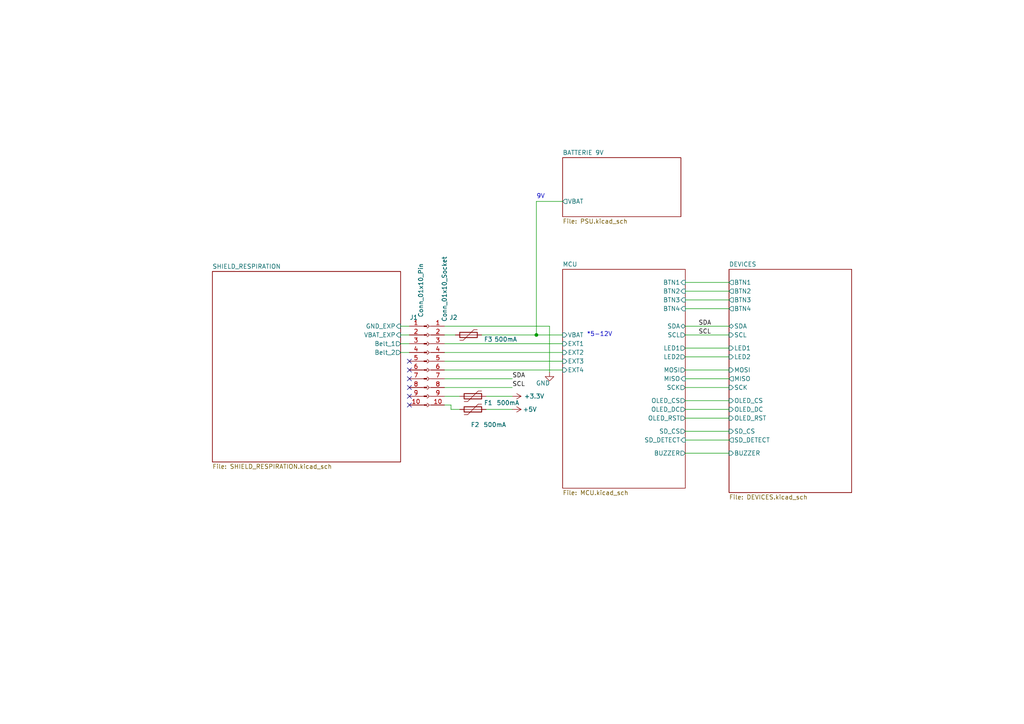
<source format=kicad_sch>
(kicad_sch (version 20230121) (generator eeschema)
  (paper "A4")
  (title_block (title "Plateforme Portable AT") (company "IngRéadapt UL") (comment 1 "Autheur : Marc-Antoine Guay"))
  (lib_symbols
    (symbol "Connector:Conn_01x10_Pin" (pin_names (offset 1.016) hide)
      (property "Reference" "J" (at 0 12.7 0))
      (property "Value" "Conn_01x10_Pin" (at 0 -15.24 0))
      (symbol "Conn_01x10_Pin_1_1"
        (polyline (pts (xy 1.27 -12.7) (xy 0.8636 -12.7)) (stroke (width 0.1524)))
        (polyline (pts (xy 1.27 -10.16) (xy 0.8636 -10.16)) (stroke (width 0.1524)))
        (polyline (pts (xy 1.27 -7.62) (xy 0.8636 -7.62)) (stroke (width 0.1524)))
        (polyline (pts (xy 1.27 -5.08) (xy 0.8636 -5.08)) (stroke (width 0.1524)))
        (polyline (pts (xy 1.27 -2.54) (xy 0.8636 -2.54)) (stroke (width 0.1524)))
        (polyline (pts (xy 1.27 0) (xy 0.8636 0)) (stroke (width 0.1524)))
        (polyline (pts (xy 1.27 2.54) (xy 0.8636 2.54)) (stroke (width 0.1524)))
        (polyline (pts (xy 1.27 5.08) (xy 0.8636 5.08)) (stroke (width 0.1524)))
        (polyline (pts (xy 1.27 7.62) (xy 0.8636 7.62)) (stroke (width 0.1524)))
        (polyline (pts (xy 1.27 10.16) (xy 0.8636 10.16)) (stroke (width 0.1524)))
        (rectangle (start 0.8636 -12.573) (end 0 -12.827) (stroke (width 0.1524)) (fill (type outline)))
        (rectangle (start 0.8636 -10.033) (end 0 -10.287) (stroke (width 0.1524)) (fill (type outline)))
        (rectangle (start 0.8636 -7.493) (end 0 -7.747) (stroke (width 0.1524)) (fill (type outline)))
        (rectangle (start 0.8636 -4.953) (end 0 -5.207) (stroke (width 0.1524)) (fill (type outline)))
        (rectangle (start 0.8636 -2.413) (end 0 -2.667) (stroke (width 0.1524)) (fill (type outline)))
        (rectangle (start 0.8636 0.127) (end 0 -0.127) (stroke (width 0.1524)) (fill (type outline)))
        (rectangle (start 0.8636 2.667) (end 0 2.413) (stroke (width 0.1524)) (fill (type outline)))
        (rectangle (start 0.8636 5.207) (end 0 4.953) (stroke (width 0.1524)) (fill (type outline)))
        (rectangle (start 0.8636 7.747) (end 0 7.493) (stroke (width 0.1524)) (fill (type outline)))
        (rectangle (start 0.8636 10.287) (end 0 10.033) (stroke (width 0.1524)) (fill (type outline)))
        (pin passive line (at 5.08 10.16 180) (length 3.81) (name "Pin_1") (number "1"))
        (pin passive line (at 5.08 -12.7 180) (length 3.81) (name "Pin_10") (number "10"))
        (pin passive line (at 5.08 7.62 180) (length 3.81) (name "Pin_2") (number "2"))
        (pin passive line (at 5.08 5.08 180) (length 3.81) (name "Pin_3") (number "3"))
        (pin passive line (at 5.08 2.54 180) (length 3.81) (name "Pin_4") (number "4"))
        (pin passive line (at 5.08 0 180) (length 3.81) (name "Pin_5") (number "5"))
        (pin passive line (at 5.08 -2.54 180) (length 3.81) (name "Pin_6") (number "6"))
        (pin passive line (at 5.08 -5.08 180) (length 3.81) (name "Pin_7") (number "7"))
        (pin passive line (at 5.08 -7.62 180) (length 3.81) (name "Pin_8") (number "8"))
        (pin passive line (at 5.08 -10.16 180) (length 3.81) (name "Pin_9") (number "9"))
      )
    )
    (symbol "Connector:Conn_01x10_Socket" (pin_names (offset 1.016) hide)
      (property "Reference" "J" (at 0 12.7 0))
      (property "Value" "Conn_01x10_Socket" (at 0 -15.24 0))
      (symbol "Conn_01x10_Socket_1_1"
        (arc (start 0 -12.192) (mid -0.5058 -12.7) (end 0 -13.208) (stroke (width 0.1524)))
        (arc (start 0 -9.652) (mid -0.5058 -10.16) (end 0 -10.668) (stroke (width 0.1524)))
        (arc (start 0 -7.112) (mid -0.5058 -7.62) (end 0 -8.128) (stroke (width 0.1524)))
        (arc (start 0 -4.572) (mid -0.5058 -5.08) (end 0 -5.588) (stroke (width 0.1524)))
        (arc (start 0 -2.032) (mid -0.5058 -2.54) (end 0 -3.048) (stroke (width 0.1524)))
        (polyline (pts (xy -1.27 -12.7) (xy -0.508 -12.7)) (stroke (width 0.1524)))
        (polyline (pts (xy -1.27 -10.16) (xy -0.508 -10.16)) (stroke (width 0.1524)))
        (polyline (pts (xy -1.27 -7.62) (xy -0.508 -7.62)) (stroke (width 0.1524)))
        (polyline (pts (xy -1.27 -5.08) (xy -0.508 -5.08)) (stroke (width 0.1524)))
        (polyline (pts (xy -1.27 -2.54) (xy -0.508 -2.54)) (stroke (width 0.1524)))
        (polyline (pts (xy -1.27 0) (xy -0.508 0)) (stroke (width 0.1524)))
        (polyline (pts (xy -1.27 2.54) (xy -0.508 2.54)) (stroke (width 0.1524)))
        (polyline (pts (xy -1.27 5.08) (xy -0.508 5.08)) (stroke (width 0.1524)))
        (polyline (pts (xy -1.27 7.62) (xy -0.508 7.62)) (stroke (width 0.1524)))
        (polyline (pts (xy -1.27 10.16) (xy -0.508 10.16)) (stroke (width 0.1524)))
        (arc (start 0 0.508) (mid -0.5058 0) (end 0 -0.508) (stroke (width 0.1524)))
        (arc (start 0 3.048) (mid -0.5058 2.54) (end 0 2.032) (stroke (width 0.1524)))
        (arc (start 0 5.588) (mid -0.5058 5.08) (end 0 4.572) (stroke (width 0.1524)))
        (arc (start 0 8.128) (mid -0.5058 7.62) (end 0 7.112) (stroke (width 0.1524)))
        (arc (start 0 10.668) (mid -0.5058 10.16) (end 0 9.652) (stroke (width 0.1524)))
        (pin passive line (at -5.08 10.16 0) (length 3.81) (name "Pin_1") (number "1"))
        (pin passive line (at -5.08 -12.7 0) (length 3.81) (name "Pin_10") (number "10"))
        (pin passive line (at -5.08 7.62 0) (length 3.81) (name "Pin_2") (number "2"))
        (pin passive line (at -5.08 5.08 0) (length 3.81) (name "Pin_3") (number "3"))
        (pin passive line (at -5.08 2.54 0) (length 3.81) (name "Pin_4") (number "4"))
        (pin passive line (at -5.08 0 0) (length 3.81) (name "Pin_5") (number "5"))
        (pin passive line (at -5.08 -2.54 0) (length 3.81) (name "Pin_6") (number "6"))
        (pin passive line (at -5.08 -5.08 0) (length 3.81) (name "Pin_7") (number "7"))
        (pin passive line (at -5.08 -7.62 0) (length 3.81) (name "Pin_8") (number "8"))
        (pin passive line (at -5.08 -10.16 0) (length 3.81) (name "Pin_9") (number "9"))
      )
    )
    (symbol "Device:Polyfuse" (pin_numbers hide) (pin_names (offset 0))
      (property "Reference" "F" (at -2.54 0 90))
      (property "Value" "Polyfuse" (at 2.54 0 90))
      (symbol "Polyfuse_0_1"
        (rectangle (start -0.762 2.54) (end 0.762 -2.54) (stroke (width 0.254)))
        (polyline (pts (xy 0 2.54) (xy 0 -2.54)))
        (polyline (pts (xy -1.524 2.54) (xy -1.524 1.524) (xy 1.524 -1.524) (xy 1.524 -2.54)))
      )
      (symbol "Polyfuse_1_1"
        (pin passive line (at 0 3.81 270) (length 1.27) (name "~") (number "1"))
        (pin passive line (at 0 -3.81 90) (length 1.27) (name "~") (number "2"))
      )
    )
    (symbol "power:+3.3V" (power) (pin_names (offset 0))
      (property "Value" "+3.3V" (at 0 3.556 0))
      (symbol "+3.3V_0_1"
        (polyline (pts (xy -0.762 1.27) (xy 0 2.54)))
        (polyline (pts (xy 0 0) (xy 0 2.54)))
        (polyline (pts (xy 0 2.54) (xy 0.762 1.27)))
      )
      (symbol "+3.3V_1_1"
        (pin power_in line (at 0 0 90) (length 0) hide (name "+3.3V") (number "1"))
      )
    )
    (symbol "power:+5V" (power) (pin_names (offset 0))
      (property "Value" "+5V" (at 0 3.556 0))
      (symbol "+5V_0_1"
        (polyline (pts (xy -0.762 1.27) (xy 0 2.54)))
        (polyline (pts (xy 0 0) (xy 0 2.54)))
        (polyline (pts (xy 0 2.54) (xy 0.762 1.27)))
      )
      (symbol "+5V_1_1"
        (pin power_in line (at 0 0 90) (length 0) hide (name "+5V") (number "1"))
      )
    )
    (symbol "power:GND" (power) (pin_names (offset 0))
      (property "Value" "GND" (at 0 -3.81 0))
      (symbol "GND_0_1"
        (polyline (pts (xy 0 0) (xy 0 -1.27) (xy 1.27 -1.27) (xy 0 -2.54) (xy -1.27 -1.27) (xy 0 -1.27)))
      )
      (symbol "GND_1_1"
        (pin power_in line (at 0 0 270) (length 0) hide (name "GND") (number "1"))
      )
    )
  )
  (junction (at 155.575 97.155))
  (no_connect (at 118.745 117.475))
  (no_connect (at 118.745 107.315))
  (no_connect (at 118.745 104.775))
  (no_connect (at 118.745 109.855))
  (no_connect (at 118.745 112.395))
  (no_connect (at 118.745 114.935))
  (wire (pts (xy 198.755 125.095) (xy 211.455 125.095)))
  (wire (pts (xy 198.755 94.615) (xy 211.455 94.615)))
  (wire (pts (xy 159.385 94.615) (xy 159.385 107.95)))
  (wire (pts (xy 116.205 99.695) (xy 118.745 99.695)))
  (wire (pts (xy 128.905 94.615) (xy 159.385 94.615)))
  (wire (pts (xy 139.7 97.155) (xy 155.575 97.155)))
  (wire (pts (xy 116.205 102.235) (xy 118.745 102.235)))
  (wire (pts (xy 198.755 121.285) (xy 211.455 121.285)))
  (wire (pts (xy 128.905 104.775) (xy 163.195 104.775)))
  (wire (pts (xy 130.81 118.745) (xy 130.81 117.475)))
  (wire (pts (xy 128.905 112.395) (xy 148.59 112.395)))
  (wire (pts (xy 130.81 117.475) (xy 128.905 117.475)))
  (wire (pts (xy 140.97 118.745) (xy 148.59 118.745)))
  (wire (pts (xy 198.755 109.855) (xy 211.455 109.855)))
  (wire (pts (xy 198.755 97.155) (xy 211.455 97.155)))
  (wire (pts (xy 155.575 58.42) (xy 155.575 97.155)))
  (wire (pts (xy 128.905 114.935) (xy 133.35 114.935)))
  (wire (pts (xy 140.97 114.935) (xy 148.59 114.935)))
  (wire (pts (xy 198.755 131.445) (xy 211.455 131.445)))
  (wire (pts (xy 198.755 84.455) (xy 211.455 84.455)))
  (wire (pts (xy 128.905 102.235) (xy 163.195 102.235)))
  (wire (pts (xy 133.35 118.745) (xy 130.81 118.745)))
  (wire (pts (xy 116.205 94.615) (xy 118.745 94.615)))
  (wire (pts (xy 128.905 107.315) (xy 163.195 107.315)))
  (wire (pts (xy 198.755 116.205) (xy 211.455 116.205)))
  (wire (pts (xy 198.755 118.745) (xy 211.455 118.745)))
  (wire (pts (xy 198.755 86.995) (xy 211.455 86.995)))
  (wire (pts (xy 198.755 127.635) (xy 211.455 127.635)))
  (wire (pts (xy 198.755 112.395) (xy 211.455 112.395)))
  (wire (pts (xy 198.755 89.535) (xy 211.455 89.535)))
  (wire (pts (xy 155.575 58.42) (xy 163.195 58.42)))
  (wire (pts (xy 128.905 97.155) (xy 132.08 97.155)))
  (wire (pts (xy 198.755 81.915) (xy 211.455 81.915)))
  (wire (pts (xy 155.575 97.155) (xy 163.195 97.155)))
  (wire (pts (xy 116.205 97.155) (xy 118.745 97.155)))
  (wire (pts (xy 128.905 109.855) (xy 148.59 109.855)))
  (wire (pts (xy 128.905 99.695) (xy 163.195 99.695)))
  (wire (pts (xy 198.755 103.505) (xy 211.455 103.505)))
  (wire (pts (xy 198.755 100.965) (xy 211.455 100.965)))
  (wire (pts (xy 198.755 107.315) (xy 211.455 107.315)))
  (text "*5-12V" (at 170.18 97.79 0) (effects (font (size 1.27 1.27)) (justify left bottom)))
  (text "9V\n" (at 155.575 57.785 0) (effects (font (size 1.27 1.27)) (justify left bottom)))
  (label "SDA" (at 202.565 94.615 0))
  (label "SDA" (at 148.59 109.855 0))
  (label "SCL" (at 202.565 97.155 0))
  (label "SCL" (at 148.59 112.395 0))
  (symbol (lib_id "Device:Polyfuse") (at 137.16 118.745 90) (unit 1)
    (property "Reference" "F2" (at 137.795 123.19 90))
    (property "Value" "500mA" (at 143.51 123.19 90))
    (property "Footprint" "Fuse:Fuse_0603_1608Metric" (effects hide))
    (property "LCSC" "C2844464" (effects hide))
  )
  (symbol (lib_id "Device:Polyfuse") (at 135.89 97.155 90) (unit 1)
    (property "Reference" "F3" (at 141.605 98.425 90))
    (property "Value" "500mA" (at 146.685 98.425 90))
    (property "Footprint" "Fuse:Fuse_0603_1608Metric" (effects hide))
    (property "LCSC" "C2844464" (effects hide))
  )
  (symbol (lib_id "power:+3.3V") (at 148.59 114.935 270) (unit 1)
    (property "Reference" "#PWR01" (effects hide))
    (property "Value" "+3.3V" (at 154.94 114.935 90))
  )
  (symbol (lib_id "Device:Polyfuse") (at 137.16 114.935 90) (unit 1)
    (property "Reference" "F1" (at 141.605 116.84 90))
    (property "Value" "500mA" (at 147.32 116.84 90))
    (property "Footprint" "Fuse:Fuse_0603_1608Metric" (effects hide))
    (property "LCSC" "C2844464" (effects hide))
  )
  (symbol (lib_id "power:GND") (at 159.385 107.95 0) (unit 1)
    (property "Reference" "#PWR03" (effects hide))
    (property "Value" "GND" (at 157.48 111.125 0))
  )
  (symbol (lib_id "power:+5V") (at 148.59 118.745 270) (unit 1)
    (property "Reference" "#PWR02" (effects hide))
    (property "Value" "+5V" (at 153.67 118.745 90))
  )
  (symbol (lib_id "Connector:Conn_01x10_Pin") (at 123.825 104.775 0) (mirror y) (unit 1)
    (property "Reference" "J1" (at 120.015 92.075 0))
    (property "Value" "Conn_01x10_Pin" (at 122.047 84.201 90))
    (property "Footprint" "Connector_PinHeader_2.54mm:PinHeader_1x10_P2.54mm_Vertical" (effects hide))
  )
  (symbol (lib_id "Connector:Conn_01x10_Socket") (at 123.825 104.775 0) (mirror y) (unit 1)
    (property "Reference" "J2" (at 132.715 92.075 0) (effects (justify left)))
    (property "Value" "Conn_01x10_Socket" (at 128.905 93.345 90) (effects (justify left)))
    (property "Footprint" "Connector_PinSocket_2.54mm:PinSocket_1x10_P2.54mm_Vertical" (effects hide))
  )
  (sheet (at 163.195 45.72) (size 34.29 17.145) (stroke (width 0.1524))
    (property "Sheetname" "BATTERIE 9V" (at 163.195 45.0084 0) (effects (justify left bottom)))
    (property "Sheetfile" "PSU.kicad_sch" (at 163.195 63.4496 0) (effects (justify left top)))
    (pin "VBAT" output (at 163.195 58.42 180))
  )
  (sheet (at 163.195 78.105) (size 35.56 63.5) (stroke (width 0.1524))
    (property "Sheetname" "MCU" (at 163.195 77.3934 0) (effects (justify left bottom)))
    (property "Sheetfile" "MCU.kicad_sch" (at 163.195 142.1896 0) (effects (justify left top)))
    (pin "EXT1" input (at 163.195 99.695 180))
    (pin "EXT2" input (at 163.195 102.235 180))
    (pin "SCL" output (at 198.755 97.155 0))
    (pin "BTN2" input (at 198.755 84.455 0))
    (pin "SDA" bidirectional (at 198.755 94.615 0))
    (pin "BTN1" input (at 198.755 81.915 0))
    (pin "BTN4" input (at 198.755 89.535 0))
    (pin "SD_CS" output (at 198.755 125.095 0))
    (pin "SCK" output (at 198.755 112.395 0))
    (pin "MOSI" output (at 198.755 107.315 0))
    (pin "MISO" input (at 198.755 109.855 0))
    (pin "LED2" output (at 198.755 103.505 0))
    (pin "LED1" output (at 198.755 100.965 0))
    (pin "BTN3" input (at 198.755 86.995 0))
    (pin "BUZZER" output (at 198.755 131.445 0))
    (pin "OLED_DC" output (at 198.755 118.745 0))
    (pin "OLED_CS" output (at 198.755 116.205 0))
    (pin "OLED_RST" output (at 198.755 121.285 0))
    (pin "SD_DETECT" input (at 198.755 127.635 0))
    (pin "EXT3" input (at 163.195 104.775 180))
    (pin "EXT4" input (at 163.195 107.315 180))
    (pin "VBAT" input (at 163.195 97.155 180))
  )
  (sheet (at 61.595 78.74) (size 54.61 55.245) (stroke (width 0.1524))
    (property "Sheetname" "SHIELD_RESPIRATION" (at 61.595 78.0284 0) (effects (justify left bottom)))
    (property "Sheetfile" "SHIELD_RESPIRATION.kicad_sch" (at 61.595 134.5696 0) (effects (justify left top)))
    (pin "Belt_2" output (at 116.205 102.235 0))
    (pin "Belt_1" output (at 116.205 99.695 0))
    (pin "VBAT_EXP" input (at 116.205 97.155 0))
    (pin "GND_EXP" input (at 116.205 94.615 0))
  )
  (sheet (at 211.455 78.105) (size 35.56 64.77) (stroke (width 0.1524))
    (property "Sheetname" "DEVICES" (at 211.455 77.3934 0) (effects (justify left bottom)))
    (property "Sheetfile" "DEVICES.kicad_sch" (at 211.455 143.4596 0) (effects (justify left top)))
    (pin "LED2" input (at 211.455 103.505 180))
    (pin "LED1" input (at 211.455 100.965 180))
    (pin "SDA" bidirectional (at 211.455 94.615 180))
    (pin "SD_CS" input (at 211.455 125.095 180))
    (pin "MISO" output (at 211.455 109.855 180))
    (pin "BTN1" output (at 211.455 81.915 180))
    (pin "BTN3" output (at 211.455 86.995 180))
    (pin "BTN4" output (at 211.455 89.535 180))
    (pin "BTN2" output (at 211.455 84.455 180))
    (pin "OLED_DC" input (at 211.455 118.745 180))
    (pin "MOSI" input (at 211.455 107.315 180))
    (pin "SCK" input (at 211.455 112.395 180))
    (pin "OLED_CS" input (at 211.455 116.205 180))
    (pin "SCL" input (at 211.455 97.155 180))
    (pin "OLED_RST" input (at 211.455 121.285 180))
    (pin "SD_DETECT" output (at 211.455 127.635 180))
    (pin "BUZZER" input (at 211.455 131.445 180))
  )
)
</source>
